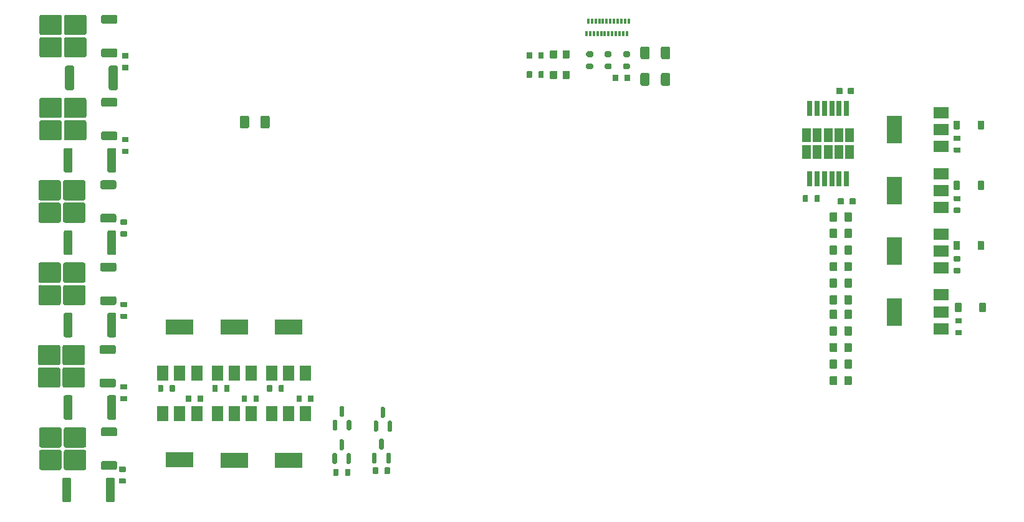
<source format=gtp>
G04 #@! TF.GenerationSoftware,KiCad,Pcbnew,7.0.10-7.0.10~ubuntu22.04.1*
G04 #@! TF.CreationDate,2024-01-27T12:39:00+00:00*
G04 #@! TF.ProjectId,lewycustom,6c657779-6375-4737-946f-6d2e6b696361,rev?*
G04 #@! TF.SameCoordinates,Original*
G04 #@! TF.FileFunction,Paste,Top*
G04 #@! TF.FilePolarity,Positive*
%FSLAX46Y46*%
G04 Gerber Fmt 4.6, Leading zero omitted, Abs format (unit mm)*
G04 Created by KiCad (PCBNEW 7.0.10-7.0.10~ubuntu22.04.1) date 2024-01-27 12:39:00*
%MOMM*%
%LPD*%
G01*
G04 APERTURE LIST*
%ADD10R,1.500000X2.000000*%
%ADD11R,3.800000X2.000000*%
%ADD12R,0.300000X0.700000*%
%ADD13R,1.160000X1.950000*%
%ADD14R,0.650000X2.000000*%
%ADD15R,2.000000X1.500000*%
%ADD16R,2.000000X3.800000*%
G04 APERTURE END LIST*
D10*
G04 #@! TO.C,Q1*
X25500000Y32400000D03*
X23200000Y32400000D03*
X20900000Y32400000D03*
D11*
X23200000Y26100000D03*
G04 #@! TD*
G04 #@! TO.C,C8*
G36*
G01*
X114500000Y39625000D02*
X114500000Y38575000D01*
G75*
G02*
X114400000Y38475000I-100000J0D01*
G01*
X113600000Y38475000D01*
G75*
G02*
X113500000Y38575000I0J100000D01*
G01*
X113500000Y39625000D01*
G75*
G02*
X113600000Y39725000I100000J0D01*
G01*
X114400000Y39725000D01*
G75*
G02*
X114500000Y39625000I0J-100000D01*
G01*
G37*
G36*
G01*
X112500000Y39625000D02*
X112500000Y38575000D01*
G75*
G02*
X112400000Y38475000I-100000J0D01*
G01*
X111600000Y38475000D01*
G75*
G02*
X111500000Y38575000I0J100000D01*
G01*
X111500000Y39625000D01*
G75*
G02*
X111600000Y39725000I100000J0D01*
G01*
X112400000Y39725000D01*
G75*
G02*
X112500000Y39625000I0J-100000D01*
G01*
G37*
G04 #@! TD*
G04 #@! TO.C,D5*
G36*
G01*
X50000000Y29925000D02*
X49700000Y29925000D01*
G75*
G02*
X49550000Y30075000I0J150000D01*
G01*
X49550000Y31250000D01*
G75*
G02*
X49700000Y31400000I150000J0D01*
G01*
X50000000Y31400000D01*
G75*
G02*
X50150000Y31250000I0J-150000D01*
G01*
X50150000Y30075000D01*
G75*
G02*
X50000000Y29925000I-150000J0D01*
G01*
G37*
G36*
G01*
X50950000Y31800000D02*
X50650000Y31800000D01*
G75*
G02*
X50500000Y31950000I0J150000D01*
G01*
X50500000Y33125000D01*
G75*
G02*
X50650000Y33275000I150000J0D01*
G01*
X50950000Y33275000D01*
G75*
G02*
X51100000Y33125000I0J-150000D01*
G01*
X51100000Y31950000D01*
G75*
G02*
X50950000Y31800000I-150000J0D01*
G01*
G37*
G36*
G01*
X51900000Y29925000D02*
X51600000Y29925000D01*
G75*
G02*
X51450000Y30075000I0J150000D01*
G01*
X51450000Y31250000D01*
G75*
G02*
X51600000Y31400000I150000J0D01*
G01*
X51900000Y31400000D01*
G75*
G02*
X52050000Y31250000I0J-150000D01*
G01*
X52050000Y30075000D01*
G75*
G02*
X51900000Y29925000I-150000J0D01*
G01*
G37*
G04 #@! TD*
G04 #@! TO.C,R22*
G36*
G01*
X14575000Y34625000D02*
X14575000Y31775000D01*
G75*
G02*
X14325000Y31525000I-250000J0D01*
G01*
X13600000Y31525000D01*
G75*
G02*
X13350000Y31775000I0J250000D01*
G01*
X13350000Y34625000D01*
G75*
G02*
X13600000Y34875000I250000J0D01*
G01*
X14325000Y34875000D01*
G75*
G02*
X14575000Y34625000I0J-250000D01*
G01*
G37*
G36*
G01*
X8650000Y34625000D02*
X8650000Y31775000D01*
G75*
G02*
X8400000Y31525000I-250000J0D01*
G01*
X7675000Y31525000D01*
G75*
G02*
X7425000Y31775000I0J250000D01*
G01*
X7425000Y34625000D01*
G75*
G02*
X7675000Y34875000I250000J0D01*
G01*
X8400000Y34875000D01*
G75*
G02*
X8650000Y34625000I0J-250000D01*
G01*
G37*
G04 #@! TD*
G04 #@! TO.C,R5*
G36*
G01*
X107850000Y61210000D02*
X107850000Y61990000D01*
G75*
G02*
X107920000Y62060000I70000J0D01*
G01*
X108480000Y62060000D01*
G75*
G02*
X108550000Y61990000I0J-70000D01*
G01*
X108550000Y61210000D01*
G75*
G02*
X108480000Y61140000I-70000J0D01*
G01*
X107920000Y61140000D01*
G75*
G02*
X107850000Y61210000I0J70000D01*
G01*
G37*
G36*
G01*
X109450000Y61210000D02*
X109450000Y61990000D01*
G75*
G02*
X109520000Y62060000I70000J0D01*
G01*
X110080000Y62060000D01*
G75*
G02*
X110150000Y61990000I0J-70000D01*
G01*
X110150000Y61210000D01*
G75*
G02*
X110080000Y61140000I-70000J0D01*
G01*
X109520000Y61140000D01*
G75*
G02*
X109450000Y61210000I0J70000D01*
G01*
G37*
G04 #@! TD*
G04 #@! TO.C,D6*
G36*
G01*
X44450000Y30062500D02*
X44150000Y30062500D01*
G75*
G02*
X44000000Y30212500I0J150000D01*
G01*
X44000000Y31387500D01*
G75*
G02*
X44150000Y31537500I150000J0D01*
G01*
X44450000Y31537500D01*
G75*
G02*
X44600000Y31387500I0J-150000D01*
G01*
X44600000Y30212500D01*
G75*
G02*
X44450000Y30062500I-150000J0D01*
G01*
G37*
G36*
G01*
X45400000Y31937500D02*
X45100000Y31937500D01*
G75*
G02*
X44950000Y32087500I0J150000D01*
G01*
X44950000Y33262500D01*
G75*
G02*
X45100000Y33412500I150000J0D01*
G01*
X45400000Y33412500D01*
G75*
G02*
X45550000Y33262500I0J-150000D01*
G01*
X45550000Y32087500D01*
G75*
G02*
X45400000Y31937500I-150000J0D01*
G01*
G37*
G36*
G01*
X46350000Y30062500D02*
X46050000Y30062500D01*
G75*
G02*
X45900000Y30212500I0J150000D01*
G01*
X45900000Y31387500D01*
G75*
G02*
X46050000Y31537500I150000J0D01*
G01*
X46350000Y31537500D01*
G75*
G02*
X46500000Y31387500I0J-150000D01*
G01*
X46500000Y30212500D01*
G75*
G02*
X46350000Y30062500I-150000J0D01*
G01*
G37*
G04 #@! TD*
G04 #@! TO.C,R4*
G36*
G01*
X78615000Y81625000D02*
X79165000Y81625000D01*
G75*
G02*
X79365000Y81425000I0J-200000D01*
G01*
X79365000Y81025000D01*
G75*
G02*
X79165000Y80825000I-200000J0D01*
G01*
X78615000Y80825000D01*
G75*
G02*
X78415000Y81025000I0J200000D01*
G01*
X78415000Y81425000D01*
G75*
G02*
X78615000Y81625000I200000J0D01*
G01*
G37*
G36*
G01*
X78615000Y79975000D02*
X79165000Y79975000D01*
G75*
G02*
X79365000Y79775000I0J-200000D01*
G01*
X79365000Y79375000D01*
G75*
G02*
X79165000Y79175000I-200000J0D01*
G01*
X78615000Y79175000D01*
G75*
G02*
X78415000Y79375000I0J200000D01*
G01*
X78415000Y79775000D01*
G75*
G02*
X78615000Y79975000I200000J0D01*
G01*
G37*
G04 #@! TD*
G04 #@! TO.C,D7*
G36*
G01*
X76200000Y78850000D02*
X76200000Y77950000D01*
G75*
G02*
X76100000Y77850000I-100000J0D01*
G01*
X75300000Y77850000D01*
G75*
G02*
X75200000Y77950000I0J100000D01*
G01*
X75200000Y78850000D01*
G75*
G02*
X75300000Y78950000I100000J0D01*
G01*
X76100000Y78950000D01*
G75*
G02*
X76200000Y78850000I0J-100000D01*
G01*
G37*
G36*
G01*
X74500000Y78850000D02*
X74500000Y77950000D01*
G75*
G02*
X74400000Y77850000I-100000J0D01*
G01*
X73600000Y77850000D01*
G75*
G02*
X73500000Y77950000I0J100000D01*
G01*
X73500000Y78850000D01*
G75*
G02*
X73600000Y78950000I100000J0D01*
G01*
X74400000Y78950000D01*
G75*
G02*
X74500000Y78850000I0J-100000D01*
G01*
G37*
G04 #@! TD*
G04 #@! TO.C,C1*
G36*
G01*
X114500000Y48375000D02*
X114500000Y47325000D01*
G75*
G02*
X114400000Y47225000I-100000J0D01*
G01*
X113600000Y47225000D01*
G75*
G02*
X113500000Y47325000I0J100000D01*
G01*
X113500000Y48375000D01*
G75*
G02*
X113600000Y48475000I100000J0D01*
G01*
X114400000Y48475000D01*
G75*
G02*
X114500000Y48375000I0J-100000D01*
G01*
G37*
G36*
G01*
X112500000Y48375000D02*
X112500000Y47325000D01*
G75*
G02*
X112400000Y47225000I-100000J0D01*
G01*
X111600000Y47225000D01*
G75*
G02*
X111500000Y47325000I0J100000D01*
G01*
X111500000Y48375000D01*
G75*
G02*
X111600000Y48475000I100000J0D01*
G01*
X112400000Y48475000D01*
G75*
G02*
X112500000Y48375000I0J-100000D01*
G01*
G37*
G04 #@! TD*
G04 #@! TO.C,C5*
G36*
G01*
X114500000Y57375000D02*
X114500000Y56325000D01*
G75*
G02*
X114400000Y56225000I-100000J0D01*
G01*
X113600000Y56225000D01*
G75*
G02*
X113500000Y56325000I0J100000D01*
G01*
X113500000Y57375000D01*
G75*
G02*
X113600000Y57475000I100000J0D01*
G01*
X114400000Y57475000D01*
G75*
G02*
X114500000Y57375000I0J-100000D01*
G01*
G37*
G36*
G01*
X112500000Y57375000D02*
X112500000Y56325000D01*
G75*
G02*
X112400000Y56225000I-100000J0D01*
G01*
X111600000Y56225000D01*
G75*
G02*
X111500000Y56325000I0J100000D01*
G01*
X111500000Y57375000D01*
G75*
G02*
X111600000Y57475000I100000J0D01*
G01*
X112400000Y57475000D01*
G75*
G02*
X112500000Y57375000I0J-100000D01*
G01*
G37*
G04 #@! TD*
G04 #@! TO.C,R19*
G36*
G01*
X15210000Y36350000D02*
X15990000Y36350000D01*
G75*
G02*
X16060000Y36280000I0J-70000D01*
G01*
X16060000Y35720000D01*
G75*
G02*
X15990000Y35650000I-70000J0D01*
G01*
X15210000Y35650000D01*
G75*
G02*
X15140000Y35720000I0J70000D01*
G01*
X15140000Y36280000D01*
G75*
G02*
X15210000Y36350000I70000J0D01*
G01*
G37*
G36*
G01*
X15210000Y34750000D02*
X15990000Y34750000D01*
G75*
G02*
X16060000Y34680000I0J-70000D01*
G01*
X16060000Y34120000D01*
G75*
G02*
X15990000Y34050000I-70000J0D01*
G01*
X15210000Y34050000D01*
G75*
G02*
X15140000Y34120000I0J70000D01*
G01*
X15140000Y34680000D01*
G75*
G02*
X15210000Y34750000I70000J0D01*
G01*
G37*
G04 #@! TD*
G04 #@! TO.C,R17*
G36*
G01*
X14575000Y57025000D02*
X14575000Y54175000D01*
G75*
G02*
X14325000Y53925000I-250000J0D01*
G01*
X13600000Y53925000D01*
G75*
G02*
X13350000Y54175000I0J250000D01*
G01*
X13350000Y57025000D01*
G75*
G02*
X13600000Y57275000I250000J0D01*
G01*
X14325000Y57275000D01*
G75*
G02*
X14575000Y57025000I0J-250000D01*
G01*
G37*
G36*
G01*
X8650000Y57025000D02*
X8650000Y54175000D01*
G75*
G02*
X8400000Y53925000I-250000J0D01*
G01*
X7675000Y53925000D01*
G75*
G02*
X7425000Y54175000I0J250000D01*
G01*
X7425000Y57025000D01*
G75*
G02*
X7675000Y57275000I250000J0D01*
G01*
X8400000Y57275000D01*
G75*
G02*
X8650000Y57025000I0J-250000D01*
G01*
G37*
G04 #@! TD*
G04 #@! TO.C,R8*
G36*
G01*
X31650000Y34010000D02*
X31650000Y34790000D01*
G75*
G02*
X31720000Y34860000I70000J0D01*
G01*
X32280000Y34860000D01*
G75*
G02*
X32350000Y34790000I0J-70000D01*
G01*
X32350000Y34010000D01*
G75*
G02*
X32280000Y33940000I-70000J0D01*
G01*
X31720000Y33940000D01*
G75*
G02*
X31650000Y34010000I0J70000D01*
G01*
G37*
G36*
G01*
X33250000Y34010000D02*
X33250000Y34790000D01*
G75*
G02*
X33320000Y34860000I70000J0D01*
G01*
X33880000Y34860000D01*
G75*
G02*
X33950000Y34790000I0J-70000D01*
G01*
X33950000Y34010000D01*
G75*
G02*
X33880000Y33940000I-70000J0D01*
G01*
X33320000Y33940000D01*
G75*
G02*
X33250000Y34010000I0J70000D01*
G01*
G37*
G04 #@! TD*
G04 #@! TO.C,C11*
G36*
G01*
X114500000Y46375000D02*
X114500000Y45325000D01*
G75*
G02*
X114400000Y45225000I-100000J0D01*
G01*
X113600000Y45225000D01*
G75*
G02*
X113500000Y45325000I0J100000D01*
G01*
X113500000Y46375000D01*
G75*
G02*
X113600000Y46475000I100000J0D01*
G01*
X114400000Y46475000D01*
G75*
G02*
X114500000Y46375000I0J-100000D01*
G01*
G37*
G36*
G01*
X112500000Y46375000D02*
X112500000Y45325000D01*
G75*
G02*
X112400000Y45225000I-100000J0D01*
G01*
X111600000Y45225000D01*
G75*
G02*
X111500000Y45325000I0J100000D01*
G01*
X111500000Y46375000D01*
G75*
G02*
X111600000Y46475000I100000J0D01*
G01*
X112400000Y46475000D01*
G75*
G02*
X112500000Y46375000I0J-100000D01*
G01*
G37*
G04 #@! TD*
G04 #@! TO.C,R23*
G36*
G01*
X14375000Y23425000D02*
X14375000Y20575000D01*
G75*
G02*
X14125000Y20325000I-250000J0D01*
G01*
X13400000Y20325000D01*
G75*
G02*
X13150000Y20575000I0J250000D01*
G01*
X13150000Y23425000D01*
G75*
G02*
X13400000Y23675000I250000J0D01*
G01*
X14125000Y23675000D01*
G75*
G02*
X14375000Y23425000I0J-250000D01*
G01*
G37*
G36*
G01*
X8450000Y23425000D02*
X8450000Y20575000D01*
G75*
G02*
X8200000Y20325000I-250000J0D01*
G01*
X7475000Y20325000D01*
G75*
G02*
X7225000Y20575000I0J250000D01*
G01*
X7225000Y23425000D01*
G75*
G02*
X7475000Y23675000I250000J0D01*
G01*
X8200000Y23675000D01*
G75*
G02*
X8450000Y23425000I0J-250000D01*
G01*
G37*
G04 #@! TD*
G04 #@! TO.C,R16*
G36*
G01*
X14575000Y68225000D02*
X14575000Y65375000D01*
G75*
G02*
X14325000Y65125000I-250000J0D01*
G01*
X13600000Y65125000D01*
G75*
G02*
X13350000Y65375000I0J250000D01*
G01*
X13350000Y68225000D01*
G75*
G02*
X13600000Y68475000I250000J0D01*
G01*
X14325000Y68475000D01*
G75*
G02*
X14575000Y68225000I0J-250000D01*
G01*
G37*
G36*
G01*
X8650000Y68225000D02*
X8650000Y65375000D01*
G75*
G02*
X8400000Y65125000I-250000J0D01*
G01*
X7675000Y65125000D01*
G75*
G02*
X7425000Y65375000I0J250000D01*
G01*
X7425000Y68225000D01*
G75*
G02*
X7675000Y68475000I250000J0D01*
G01*
X8400000Y68475000D01*
G75*
G02*
X8650000Y68225000I0J-250000D01*
G01*
G37*
G04 #@! TD*
D10*
G04 #@! TO.C,Q4*
X28300000Y37850000D03*
X30600000Y37850000D03*
X32900000Y37850000D03*
D11*
X30600000Y44150000D03*
G04 #@! TD*
G04 #@! TO.C,C3*
G36*
G01*
X114500000Y52875000D02*
X114500000Y51825000D01*
G75*
G02*
X114400000Y51725000I-100000J0D01*
G01*
X113600000Y51725000D01*
G75*
G02*
X113500000Y51825000I0J100000D01*
G01*
X113500000Y52875000D01*
G75*
G02*
X113600000Y52975000I100000J0D01*
G01*
X114400000Y52975000D01*
G75*
G02*
X114500000Y52875000I0J-100000D01*
G01*
G37*
G36*
G01*
X112500000Y52875000D02*
X112500000Y51825000D01*
G75*
G02*
X112400000Y51725000I-100000J0D01*
G01*
X111600000Y51725000D01*
G75*
G02*
X111500000Y51825000I0J100000D01*
G01*
X111500000Y52875000D01*
G75*
G02*
X111600000Y52975000I100000J0D01*
G01*
X112400000Y52975000D01*
G75*
G02*
X112500000Y52875000I0J-100000D01*
G01*
G37*
G04 #@! TD*
D10*
G04 #@! TO.C,Q5*
X40300000Y32350000D03*
X38000000Y32350000D03*
X35700000Y32350000D03*
D11*
X38000000Y26050000D03*
G04 #@! TD*
G04 #@! TO.C,C2*
G36*
G01*
X114500000Y50625000D02*
X114500000Y49575000D01*
G75*
G02*
X114400000Y49475000I-100000J0D01*
G01*
X113600000Y49475000D01*
G75*
G02*
X113500000Y49575000I0J100000D01*
G01*
X113500000Y50625000D01*
G75*
G02*
X113600000Y50725000I100000J0D01*
G01*
X114400000Y50725000D01*
G75*
G02*
X114500000Y50625000I0J-100000D01*
G01*
G37*
G36*
G01*
X112500000Y50625000D02*
X112500000Y49575000D01*
G75*
G02*
X112400000Y49475000I-100000J0D01*
G01*
X111600000Y49475000D01*
G75*
G02*
X111500000Y49575000I0J100000D01*
G01*
X111500000Y50625000D01*
G75*
G02*
X111600000Y50725000I100000J0D01*
G01*
X112400000Y50725000D01*
G75*
G02*
X112500000Y50625000I0J-100000D01*
G01*
G37*
G04 #@! TD*
G04 #@! TO.C,R12*
G36*
G01*
X15410000Y81350000D02*
X16190000Y81350000D01*
G75*
G02*
X16260000Y81280000I0J-70000D01*
G01*
X16260000Y80720000D01*
G75*
G02*
X16190000Y80650000I-70000J0D01*
G01*
X15410000Y80650000D01*
G75*
G02*
X15340000Y80720000I0J70000D01*
G01*
X15340000Y81280000D01*
G75*
G02*
X15410000Y81350000I70000J0D01*
G01*
G37*
G36*
G01*
X15410000Y79750000D02*
X16190000Y79750000D01*
G75*
G02*
X16260000Y79680000I0J-70000D01*
G01*
X16260000Y79120000D01*
G75*
G02*
X16190000Y79050000I-70000J0D01*
G01*
X15410000Y79050000D01*
G75*
G02*
X15340000Y79120000I0J70000D01*
G01*
X15340000Y79680000D01*
G75*
G02*
X15410000Y79750000I70000J0D01*
G01*
G37*
G04 #@! TD*
D10*
G04 #@! TO.C,Q6*
X35700000Y37850000D03*
X38000000Y37850000D03*
X40300000Y37850000D03*
D11*
X38000000Y44150000D03*
G04 #@! TD*
G04 #@! TO.C,Q18*
G36*
G01*
X44400000Y25525000D02*
X44100000Y25525000D01*
G75*
G02*
X43950000Y25675000I0J150000D01*
G01*
X43950000Y26850000D01*
G75*
G02*
X44100000Y27000000I150000J0D01*
G01*
X44400000Y27000000D01*
G75*
G02*
X44550000Y26850000I0J-150000D01*
G01*
X44550000Y25675000D01*
G75*
G02*
X44400000Y25525000I-150000J0D01*
G01*
G37*
G36*
G01*
X45350000Y27400000D02*
X45050000Y27400000D01*
G75*
G02*
X44900000Y27550000I0J150000D01*
G01*
X44900000Y28725000D01*
G75*
G02*
X45050000Y28875000I150000J0D01*
G01*
X45350000Y28875000D01*
G75*
G02*
X45500000Y28725000I0J-150000D01*
G01*
X45500000Y27550000D01*
G75*
G02*
X45350000Y27400000I-150000J0D01*
G01*
G37*
G36*
G01*
X46300000Y25525000D02*
X46000000Y25525000D01*
G75*
G02*
X45850000Y25675000I0J150000D01*
G01*
X45850000Y26850000D01*
G75*
G02*
X46000000Y27000000I150000J0D01*
G01*
X46300000Y27000000D01*
G75*
G02*
X46450000Y26850000I0J-150000D01*
G01*
X46450000Y25675000D01*
G75*
G02*
X46300000Y25525000I-150000J0D01*
G01*
G37*
G04 #@! TD*
G04 #@! TO.C,Q9*
G36*
G01*
X14600000Y59270000D02*
X14600000Y58570000D01*
G75*
G02*
X14350000Y58320000I-250000J0D01*
G01*
X12650000Y58320000D01*
G75*
G02*
X12400000Y58570000I0J250000D01*
G01*
X12400000Y59270000D01*
G75*
G02*
X12650000Y59520000I250000J0D01*
G01*
X14350000Y59520000D01*
G75*
G02*
X14600000Y59270000I0J-250000D01*
G01*
G37*
G36*
G01*
X10400000Y60800000D02*
X10400000Y58550000D01*
G75*
G02*
X10150000Y58300000I-250000J0D01*
G01*
X7600000Y58300000D01*
G75*
G02*
X7350000Y58550000I0J250000D01*
G01*
X7350000Y60800000D01*
G75*
G02*
X7600000Y61050000I250000J0D01*
G01*
X10150000Y61050000D01*
G75*
G02*
X10400000Y60800000I0J-250000D01*
G01*
G37*
G36*
G01*
X10400000Y63850000D02*
X10400000Y61600000D01*
G75*
G02*
X10150000Y61350000I-250000J0D01*
G01*
X7600000Y61350000D01*
G75*
G02*
X7350000Y61600000I0J250000D01*
G01*
X7350000Y63850000D01*
G75*
G02*
X7600000Y64100000I250000J0D01*
G01*
X10150000Y64100000D01*
G75*
G02*
X10400000Y63850000I0J-250000D01*
G01*
G37*
G36*
G01*
X7050000Y60800000D02*
X7050000Y58550000D01*
G75*
G02*
X6800000Y58300000I-250000J0D01*
G01*
X4250000Y58300000D01*
G75*
G02*
X4000000Y58550000I0J250000D01*
G01*
X4000000Y60800000D01*
G75*
G02*
X4250000Y61050000I250000J0D01*
G01*
X6800000Y61050000D01*
G75*
G02*
X7050000Y60800000I0J-250000D01*
G01*
G37*
G36*
G01*
X7050000Y63850000D02*
X7050000Y61600000D01*
G75*
G02*
X6800000Y61350000I-250000J0D01*
G01*
X4250000Y61350000D01*
G75*
G02*
X4000000Y61600000I0J250000D01*
G01*
X4000000Y63850000D01*
G75*
G02*
X4250000Y64100000I250000J0D01*
G01*
X6800000Y64100000D01*
G75*
G02*
X7050000Y63850000I0J-250000D01*
G01*
G37*
G36*
G01*
X14600000Y63830000D02*
X14600000Y63130000D01*
G75*
G02*
X14350000Y62880000I-250000J0D01*
G01*
X12650000Y62880000D01*
G75*
G02*
X12400000Y63130000I0J250000D01*
G01*
X12400000Y63830000D01*
G75*
G02*
X12650000Y64080000I250000J0D01*
G01*
X14350000Y64080000D01*
G75*
G02*
X14600000Y63830000I0J-250000D01*
G01*
G37*
G04 #@! TD*
D12*
G04 #@! TO.C,J3*
X83950000Y83980000D03*
X83450000Y83980000D03*
X82950000Y83980000D03*
X82450000Y83980000D03*
X81950000Y83980000D03*
X81450000Y83980000D03*
X80950000Y83980000D03*
X80450000Y83980000D03*
X79950000Y83980000D03*
X79450000Y83980000D03*
X78950000Y83980000D03*
X78450000Y83980000D03*
X78700000Y85680000D03*
X79200000Y85680000D03*
X79700000Y85680000D03*
X80200000Y85680000D03*
X80700000Y85680000D03*
X81200000Y85680000D03*
X81700000Y85680000D03*
X82200000Y85680000D03*
X82700000Y85680000D03*
X83200000Y85680000D03*
X83700000Y85680000D03*
X84200000Y85680000D03*
G04 #@! TD*
G04 #@! TO.C,R26*
G36*
G01*
X128410000Y61950000D02*
X129190000Y61950000D01*
G75*
G02*
X129260000Y61880000I0J-70000D01*
G01*
X129260000Y61320000D01*
G75*
G02*
X129190000Y61250000I-70000J0D01*
G01*
X128410000Y61250000D01*
G75*
G02*
X128340000Y61320000I0J70000D01*
G01*
X128340000Y61880000D01*
G75*
G02*
X128410000Y61950000I70000J0D01*
G01*
G37*
G36*
G01*
X128410000Y60350000D02*
X129190000Y60350000D01*
G75*
G02*
X129260000Y60280000I0J-70000D01*
G01*
X129260000Y59720000D01*
G75*
G02*
X129190000Y59650000I-70000J0D01*
G01*
X128410000Y59650000D01*
G75*
G02*
X128340000Y59720000I0J70000D01*
G01*
X128340000Y60280000D01*
G75*
G02*
X128410000Y60350000I70000J0D01*
G01*
G37*
G04 #@! TD*
G04 #@! TO.C,R13*
G36*
G01*
X15410000Y69950000D02*
X16190000Y69950000D01*
G75*
G02*
X16260000Y69880000I0J-70000D01*
G01*
X16260000Y69320000D01*
G75*
G02*
X16190000Y69250000I-70000J0D01*
G01*
X15410000Y69250000D01*
G75*
G02*
X15340000Y69320000I0J70000D01*
G01*
X15340000Y69880000D01*
G75*
G02*
X15410000Y69950000I70000J0D01*
G01*
G37*
G36*
G01*
X15410000Y68350000D02*
X16190000Y68350000D01*
G75*
G02*
X16260000Y68280000I0J-70000D01*
G01*
X16260000Y67720000D01*
G75*
G02*
X16190000Y67650000I-70000J0D01*
G01*
X15410000Y67650000D01*
G75*
G02*
X15340000Y67720000I0J70000D01*
G01*
X15340000Y68280000D01*
G75*
G02*
X15410000Y68350000I70000J0D01*
G01*
G37*
G04 #@! TD*
G04 #@! TO.C,D4*
G36*
G01*
X128300000Y71090000D02*
X128300000Y72110000D01*
G75*
G02*
X128390000Y72200000I90000J0D01*
G01*
X129110000Y72200000D01*
G75*
G02*
X129200000Y72110000I0J-90000D01*
G01*
X129200000Y71090000D01*
G75*
G02*
X129110000Y71000000I-90000J0D01*
G01*
X128390000Y71000000D01*
G75*
G02*
X128300000Y71090000I0J90000D01*
G01*
G37*
G36*
G01*
X131600000Y71090000D02*
X131600000Y72110000D01*
G75*
G02*
X131690000Y72200000I90000J0D01*
G01*
X132410000Y72200000D01*
G75*
G02*
X132500000Y72110000I0J-90000D01*
G01*
X132500000Y71090000D01*
G75*
G02*
X132410000Y71000000I-90000J0D01*
G01*
X131690000Y71000000D01*
G75*
G02*
X131600000Y71090000I0J90000D01*
G01*
G37*
G04 #@! TD*
G04 #@! TO.C,Q7*
G36*
G01*
X14725000Y81745000D02*
X14725000Y81045000D01*
G75*
G02*
X14475000Y80795000I-250000J0D01*
G01*
X12775000Y80795000D01*
G75*
G02*
X12525000Y81045000I0J250000D01*
G01*
X12525000Y81745000D01*
G75*
G02*
X12775000Y81995000I250000J0D01*
G01*
X14475000Y81995000D01*
G75*
G02*
X14725000Y81745000I0J-250000D01*
G01*
G37*
G36*
G01*
X10525000Y83275000D02*
X10525000Y81025000D01*
G75*
G02*
X10275000Y80775000I-250000J0D01*
G01*
X7725000Y80775000D01*
G75*
G02*
X7475000Y81025000I0J250000D01*
G01*
X7475000Y83275000D01*
G75*
G02*
X7725000Y83525000I250000J0D01*
G01*
X10275000Y83525000D01*
G75*
G02*
X10525000Y83275000I0J-250000D01*
G01*
G37*
G36*
G01*
X10525000Y86325000D02*
X10525000Y84075000D01*
G75*
G02*
X10275000Y83825000I-250000J0D01*
G01*
X7725000Y83825000D01*
G75*
G02*
X7475000Y84075000I0J250000D01*
G01*
X7475000Y86325000D01*
G75*
G02*
X7725000Y86575000I250000J0D01*
G01*
X10275000Y86575000D01*
G75*
G02*
X10525000Y86325000I0J-250000D01*
G01*
G37*
G36*
G01*
X7175000Y83275000D02*
X7175000Y81025000D01*
G75*
G02*
X6925000Y80775000I-250000J0D01*
G01*
X4375000Y80775000D01*
G75*
G02*
X4125000Y81025000I0J250000D01*
G01*
X4125000Y83275000D01*
G75*
G02*
X4375000Y83525000I250000J0D01*
G01*
X6925000Y83525000D01*
G75*
G02*
X7175000Y83275000I0J-250000D01*
G01*
G37*
G36*
G01*
X7175000Y86325000D02*
X7175000Y84075000D01*
G75*
G02*
X6925000Y83825000I-250000J0D01*
G01*
X4375000Y83825000D01*
G75*
G02*
X4125000Y84075000I0J250000D01*
G01*
X4125000Y86325000D01*
G75*
G02*
X4375000Y86575000I250000J0D01*
G01*
X6925000Y86575000D01*
G75*
G02*
X7175000Y86325000I0J-250000D01*
G01*
G37*
G36*
G01*
X14725000Y86305000D02*
X14725000Y85605000D01*
G75*
G02*
X14475000Y85355000I-250000J0D01*
G01*
X12775000Y85355000D01*
G75*
G02*
X12525000Y85605000I0J250000D01*
G01*
X12525000Y86305000D01*
G75*
G02*
X12775000Y86555000I250000J0D01*
G01*
X14475000Y86555000D01*
G75*
G02*
X14725000Y86305000I0J-250000D01*
G01*
G37*
G04 #@! TD*
G04 #@! TO.C,R25*
G36*
G01*
X128410000Y53750000D02*
X129190000Y53750000D01*
G75*
G02*
X129260000Y53680000I0J-70000D01*
G01*
X129260000Y53120000D01*
G75*
G02*
X129190000Y53050000I-70000J0D01*
G01*
X128410000Y53050000D01*
G75*
G02*
X128340000Y53120000I0J70000D01*
G01*
X128340000Y53680000D01*
G75*
G02*
X128410000Y53750000I70000J0D01*
G01*
G37*
G36*
G01*
X128410000Y52150000D02*
X129190000Y52150000D01*
G75*
G02*
X129260000Y52080000I0J-70000D01*
G01*
X129260000Y51520000D01*
G75*
G02*
X129190000Y51450000I-70000J0D01*
G01*
X128410000Y51450000D01*
G75*
G02*
X128340000Y51520000I0J70000D01*
G01*
X128340000Y52080000D01*
G75*
G02*
X128410000Y52150000I70000J0D01*
G01*
G37*
G04 #@! TD*
G04 #@! TO.C,R30*
G36*
G01*
X72650001Y78840002D02*
X72650001Y78060002D01*
G75*
G02*
X72580001Y77990002I-70000J0D01*
G01*
X72020001Y77990002D01*
G75*
G02*
X71950001Y78060002I0J70000D01*
G01*
X71950001Y78840002D01*
G75*
G02*
X72020001Y78910002I70000J0D01*
G01*
X72580001Y78910002D01*
G75*
G02*
X72650001Y78840002I0J-70000D01*
G01*
G37*
G36*
G01*
X71050001Y78840002D02*
X71050001Y78060002D01*
G75*
G02*
X70980001Y77990002I-70000J0D01*
G01*
X70420001Y77990002D01*
G75*
G02*
X70350001Y78060002I0J70000D01*
G01*
X70350001Y78840002D01*
G75*
G02*
X70420001Y78910002I70000J0D01*
G01*
X70980001Y78910002D01*
G75*
G02*
X71050001Y78840002I0J-70000D01*
G01*
G37*
G04 #@! TD*
D13*
G04 #@! TO.C,U2*
X108360000Y67950000D03*
X109820000Y67950000D03*
X111280000Y67950000D03*
X112740000Y67950000D03*
X114200000Y67950000D03*
X108360000Y70200000D03*
X109820000Y70200000D03*
X111280000Y70200000D03*
X112740000Y70200000D03*
X114200000Y70200000D03*
D14*
X108780000Y64275000D03*
X109780000Y64275000D03*
X110780000Y64275000D03*
X111780000Y64275000D03*
X112780000Y64275000D03*
X113780000Y64275000D03*
X113780000Y73875000D03*
X112780000Y73875000D03*
X111780000Y73875000D03*
X110780000Y73875000D03*
X109780000Y73875000D03*
X108780000Y73875000D03*
G04 #@! TD*
G04 #@! TO.C,R6*
G36*
G01*
X24050000Y34010000D02*
X24050000Y34790000D01*
G75*
G02*
X24120000Y34860000I70000J0D01*
G01*
X24680000Y34860000D01*
G75*
G02*
X24750000Y34790000I0J-70000D01*
G01*
X24750000Y34010000D01*
G75*
G02*
X24680000Y33940000I-70000J0D01*
G01*
X24120000Y33940000D01*
G75*
G02*
X24050000Y34010000I0J70000D01*
G01*
G37*
G36*
G01*
X25650000Y34010000D02*
X25650000Y34790000D01*
G75*
G02*
X25720000Y34860000I70000J0D01*
G01*
X26280000Y34860000D01*
G75*
G02*
X26350000Y34790000I0J-70000D01*
G01*
X26350000Y34010000D01*
G75*
G02*
X26280000Y33940000I-70000J0D01*
G01*
X25720000Y33940000D01*
G75*
G02*
X25650000Y34010000I0J70000D01*
G01*
G37*
G04 #@! TD*
G04 #@! TO.C,Q11*
G36*
G01*
X14525000Y36870000D02*
X14525000Y36170000D01*
G75*
G02*
X14275000Y35920000I-250000J0D01*
G01*
X12575000Y35920000D01*
G75*
G02*
X12325000Y36170000I0J250000D01*
G01*
X12325000Y36870000D01*
G75*
G02*
X12575000Y37120000I250000J0D01*
G01*
X14275000Y37120000D01*
G75*
G02*
X14525000Y36870000I0J-250000D01*
G01*
G37*
G36*
G01*
X10325000Y38400000D02*
X10325000Y36150000D01*
G75*
G02*
X10075000Y35900000I-250000J0D01*
G01*
X7525000Y35900000D01*
G75*
G02*
X7275000Y36150000I0J250000D01*
G01*
X7275000Y38400000D01*
G75*
G02*
X7525000Y38650000I250000J0D01*
G01*
X10075000Y38650000D01*
G75*
G02*
X10325000Y38400000I0J-250000D01*
G01*
G37*
G36*
G01*
X10325000Y41450000D02*
X10325000Y39200000D01*
G75*
G02*
X10075000Y38950000I-250000J0D01*
G01*
X7525000Y38950000D01*
G75*
G02*
X7275000Y39200000I0J250000D01*
G01*
X7275000Y41450000D01*
G75*
G02*
X7525000Y41700000I250000J0D01*
G01*
X10075000Y41700000D01*
G75*
G02*
X10325000Y41450000I0J-250000D01*
G01*
G37*
G36*
G01*
X6975000Y38400000D02*
X6975000Y36150000D01*
G75*
G02*
X6725000Y35900000I-250000J0D01*
G01*
X4175000Y35900000D01*
G75*
G02*
X3925000Y36150000I0J250000D01*
G01*
X3925000Y38400000D01*
G75*
G02*
X4175000Y38650000I250000J0D01*
G01*
X6725000Y38650000D01*
G75*
G02*
X6975000Y38400000I0J-250000D01*
G01*
G37*
G36*
G01*
X6975000Y41450000D02*
X6975000Y39200000D01*
G75*
G02*
X6725000Y38950000I-250000J0D01*
G01*
X4175000Y38950000D01*
G75*
G02*
X3925000Y39200000I0J250000D01*
G01*
X3925000Y41450000D01*
G75*
G02*
X4175000Y41700000I250000J0D01*
G01*
X6725000Y41700000D01*
G75*
G02*
X6975000Y41450000I0J-250000D01*
G01*
G37*
G36*
G01*
X14525000Y41430000D02*
X14525000Y40730000D01*
G75*
G02*
X14275000Y40480000I-250000J0D01*
G01*
X12575000Y40480000D01*
G75*
G02*
X12325000Y40730000I0J250000D01*
G01*
X12325000Y41430000D01*
G75*
G02*
X12575000Y41680000I250000J0D01*
G01*
X14275000Y41680000D01*
G75*
G02*
X14525000Y41430000I0J-250000D01*
G01*
G37*
G04 #@! TD*
D10*
G04 #@! TO.C,Q2*
X20900000Y37850000D03*
X23200000Y37850000D03*
X25500000Y37850000D03*
D11*
X23200000Y44150000D03*
G04 #@! TD*
G04 #@! TO.C,R24*
G36*
G01*
X128610000Y45350000D02*
X129390000Y45350000D01*
G75*
G02*
X129460000Y45280000I0J-70000D01*
G01*
X129460000Y44720000D01*
G75*
G02*
X129390000Y44650000I-70000J0D01*
G01*
X128610000Y44650000D01*
G75*
G02*
X128540000Y44720000I0J70000D01*
G01*
X128540000Y45280000D01*
G75*
G02*
X128610000Y45350000I70000J0D01*
G01*
G37*
G36*
G01*
X128610000Y43750000D02*
X129390000Y43750000D01*
G75*
G02*
X129460000Y43680000I0J-70000D01*
G01*
X129460000Y43120000D01*
G75*
G02*
X129390000Y43050000I-70000J0D01*
G01*
X128610000Y43050000D01*
G75*
G02*
X128540000Y43120000I0J70000D01*
G01*
X128540000Y43680000D01*
G75*
G02*
X128610000Y43750000I70000J0D01*
G01*
G37*
G04 #@! TD*
G04 #@! TO.C,R1*
G36*
G01*
X83635000Y81625000D02*
X84185000Y81625000D01*
G75*
G02*
X84385000Y81425000I0J-200000D01*
G01*
X84385000Y81025000D01*
G75*
G02*
X84185000Y80825000I-200000J0D01*
G01*
X83635000Y80825000D01*
G75*
G02*
X83435000Y81025000I0J200000D01*
G01*
X83435000Y81425000D01*
G75*
G02*
X83635000Y81625000I200000J0D01*
G01*
G37*
G36*
G01*
X83635000Y79975000D02*
X84185000Y79975000D01*
G75*
G02*
X84385000Y79775000I0J-200000D01*
G01*
X84385000Y79375000D01*
G75*
G02*
X84185000Y79175000I-200000J0D01*
G01*
X83635000Y79175000D01*
G75*
G02*
X83435000Y79375000I0J200000D01*
G01*
X83435000Y79775000D01*
G75*
G02*
X83635000Y79975000I200000J0D01*
G01*
G37*
G04 #@! TD*
G04 #@! TO.C,C10*
G36*
G01*
X114500000Y44125000D02*
X114500000Y43075000D01*
G75*
G02*
X114400000Y42975000I-100000J0D01*
G01*
X113600000Y42975000D01*
G75*
G02*
X113500000Y43075000I0J100000D01*
G01*
X113500000Y44125000D01*
G75*
G02*
X113600000Y44225000I100000J0D01*
G01*
X114400000Y44225000D01*
G75*
G02*
X114500000Y44125000I0J-100000D01*
G01*
G37*
G36*
G01*
X112500000Y44125000D02*
X112500000Y43075000D01*
G75*
G02*
X112400000Y42975000I-100000J0D01*
G01*
X111600000Y42975000D01*
G75*
G02*
X111500000Y43075000I0J100000D01*
G01*
X111500000Y44125000D01*
G75*
G02*
X111600000Y44225000I100000J0D01*
G01*
X112400000Y44225000D01*
G75*
G02*
X112500000Y44125000I0J-100000D01*
G01*
G37*
G04 #@! TD*
G04 #@! TO.C,Q17*
G36*
G01*
X49800000Y25587500D02*
X49500000Y25587500D01*
G75*
G02*
X49350000Y25737500I0J150000D01*
G01*
X49350000Y26912500D01*
G75*
G02*
X49500000Y27062500I150000J0D01*
G01*
X49800000Y27062500D01*
G75*
G02*
X49950000Y26912500I0J-150000D01*
G01*
X49950000Y25737500D01*
G75*
G02*
X49800000Y25587500I-150000J0D01*
G01*
G37*
G36*
G01*
X50750000Y27462500D02*
X50450000Y27462500D01*
G75*
G02*
X50300000Y27612500I0J150000D01*
G01*
X50300000Y28787500D01*
G75*
G02*
X50450000Y28937500I150000J0D01*
G01*
X50750000Y28937500D01*
G75*
G02*
X50900000Y28787500I0J-150000D01*
G01*
X50900000Y27612500D01*
G75*
G02*
X50750000Y27462500I-150000J0D01*
G01*
G37*
G36*
G01*
X51700000Y25587500D02*
X51400000Y25587500D01*
G75*
G02*
X51250000Y25737500I0J150000D01*
G01*
X51250000Y26912500D01*
G75*
G02*
X51400000Y27062500I150000J0D01*
G01*
X51700000Y27062500D01*
G75*
G02*
X51850000Y26912500I0J-150000D01*
G01*
X51850000Y25737500D01*
G75*
G02*
X51700000Y25587500I-150000J0D01*
G01*
G37*
G04 #@! TD*
G04 #@! TO.C,R20*
G36*
G01*
X15010000Y25150000D02*
X15790000Y25150000D01*
G75*
G02*
X15860000Y25080000I0J-70000D01*
G01*
X15860000Y24520000D01*
G75*
G02*
X15790000Y24450000I-70000J0D01*
G01*
X15010000Y24450000D01*
G75*
G02*
X14940000Y24520000I0J70000D01*
G01*
X14940000Y25080000D01*
G75*
G02*
X15010000Y25150000I70000J0D01*
G01*
G37*
G36*
G01*
X15010000Y23550000D02*
X15790000Y23550000D01*
G75*
G02*
X15860000Y23480000I0J-70000D01*
G01*
X15860000Y22920000D01*
G75*
G02*
X15790000Y22850000I-70000J0D01*
G01*
X15010000Y22850000D01*
G75*
G02*
X14940000Y22920000I0J70000D01*
G01*
X14940000Y23480000D01*
G75*
G02*
X15010000Y23550000I70000J0D01*
G01*
G37*
G04 #@! TD*
G04 #@! TO.C,D1*
G36*
G01*
X128500000Y46290000D02*
X128500000Y47310000D01*
G75*
G02*
X128590000Y47400000I90000J0D01*
G01*
X129310000Y47400000D01*
G75*
G02*
X129400000Y47310000I0J-90000D01*
G01*
X129400000Y46290000D01*
G75*
G02*
X129310000Y46200000I-90000J0D01*
G01*
X128590000Y46200000D01*
G75*
G02*
X128500000Y46290000I0J90000D01*
G01*
G37*
G36*
G01*
X131800000Y46290000D02*
X131800000Y47310000D01*
G75*
G02*
X131890000Y47400000I90000J0D01*
G01*
X132610000Y47400000D01*
G75*
G02*
X132700000Y47310000I0J-90000D01*
G01*
X132700000Y46290000D01*
G75*
G02*
X132610000Y46200000I-90000J0D01*
G01*
X131890000Y46200000D01*
G75*
G02*
X131800000Y46290000I0J90000D01*
G01*
G37*
G04 #@! TD*
G04 #@! TO.C,R21*
G36*
G01*
X14575000Y45825000D02*
X14575000Y42975000D01*
G75*
G02*
X14325000Y42725000I-250000J0D01*
G01*
X13600000Y42725000D01*
G75*
G02*
X13350000Y42975000I0J250000D01*
G01*
X13350000Y45825000D01*
G75*
G02*
X13600000Y46075000I250000J0D01*
G01*
X14325000Y46075000D01*
G75*
G02*
X14575000Y45825000I0J-250000D01*
G01*
G37*
G36*
G01*
X8650000Y45825000D02*
X8650000Y42975000D01*
G75*
G02*
X8400000Y42725000I-250000J0D01*
G01*
X7675000Y42725000D01*
G75*
G02*
X7425000Y42975000I0J250000D01*
G01*
X7425000Y45825000D01*
G75*
G02*
X7675000Y46075000I250000J0D01*
G01*
X8400000Y46075000D01*
G75*
G02*
X8650000Y45825000I0J-250000D01*
G01*
G37*
G04 #@! TD*
G04 #@! TO.C,R3*
G36*
G01*
X81125000Y81625000D02*
X81675000Y81625000D01*
G75*
G02*
X81875000Y81425000I0J-200000D01*
G01*
X81875000Y81025000D01*
G75*
G02*
X81675000Y80825000I-200000J0D01*
G01*
X81125000Y80825000D01*
G75*
G02*
X80925000Y81025000I0J200000D01*
G01*
X80925000Y81425000D01*
G75*
G02*
X81125000Y81625000I200000J0D01*
G01*
G37*
G36*
G01*
X81125000Y79975000D02*
X81675000Y79975000D01*
G75*
G02*
X81875000Y79775000I0J-200000D01*
G01*
X81875000Y79375000D01*
G75*
G02*
X81675000Y79175000I-200000J0D01*
G01*
X81125000Y79175000D01*
G75*
G02*
X80925000Y79375000I0J200000D01*
G01*
X80925000Y79775000D01*
G75*
G02*
X81125000Y79975000I200000J0D01*
G01*
G37*
G04 #@! TD*
G04 #@! TO.C,Q12*
G36*
G01*
X14700000Y25670000D02*
X14700000Y24970000D01*
G75*
G02*
X14450000Y24720000I-250000J0D01*
G01*
X12750000Y24720000D01*
G75*
G02*
X12500000Y24970000I0J250000D01*
G01*
X12500000Y25670000D01*
G75*
G02*
X12750000Y25920000I250000J0D01*
G01*
X14450000Y25920000D01*
G75*
G02*
X14700000Y25670000I0J-250000D01*
G01*
G37*
G36*
G01*
X10500000Y27200000D02*
X10500000Y24950000D01*
G75*
G02*
X10250000Y24700000I-250000J0D01*
G01*
X7700000Y24700000D01*
G75*
G02*
X7450000Y24950000I0J250000D01*
G01*
X7450000Y27200000D01*
G75*
G02*
X7700000Y27450000I250000J0D01*
G01*
X10250000Y27450000D01*
G75*
G02*
X10500000Y27200000I0J-250000D01*
G01*
G37*
G36*
G01*
X10500000Y30250000D02*
X10500000Y28000000D01*
G75*
G02*
X10250000Y27750000I-250000J0D01*
G01*
X7700000Y27750000D01*
G75*
G02*
X7450000Y28000000I0J250000D01*
G01*
X7450000Y30250000D01*
G75*
G02*
X7700000Y30500000I250000J0D01*
G01*
X10250000Y30500000D01*
G75*
G02*
X10500000Y30250000I0J-250000D01*
G01*
G37*
G36*
G01*
X7150000Y27200000D02*
X7150000Y24950000D01*
G75*
G02*
X6900000Y24700000I-250000J0D01*
G01*
X4350000Y24700000D01*
G75*
G02*
X4100000Y24950000I0J250000D01*
G01*
X4100000Y27200000D01*
G75*
G02*
X4350000Y27450000I250000J0D01*
G01*
X6900000Y27450000D01*
G75*
G02*
X7150000Y27200000I0J-250000D01*
G01*
G37*
G36*
G01*
X7150000Y30250000D02*
X7150000Y28000000D01*
G75*
G02*
X6900000Y27750000I-250000J0D01*
G01*
X4350000Y27750000D01*
G75*
G02*
X4100000Y28000000I0J250000D01*
G01*
X4100000Y30250000D01*
G75*
G02*
X4350000Y30500000I250000J0D01*
G01*
X6900000Y30500000D01*
G75*
G02*
X7150000Y30250000I0J-250000D01*
G01*
G37*
G36*
G01*
X14700000Y30230000D02*
X14700000Y29530000D01*
G75*
G02*
X14450000Y29280000I-250000J0D01*
G01*
X12750000Y29280000D01*
G75*
G02*
X12500000Y29530000I0J250000D01*
G01*
X12500000Y30230000D01*
G75*
G02*
X12750000Y30480000I250000J0D01*
G01*
X14450000Y30480000D01*
G75*
G02*
X14700000Y30230000I0J-250000D01*
G01*
G37*
G04 #@! TD*
D15*
G04 #@! TO.C,Q16*
X126600000Y68650000D03*
X126600000Y70950000D03*
X126600000Y73250000D03*
D16*
X120300000Y70950000D03*
G04 #@! TD*
D15*
G04 #@! TO.C,Q15*
X126600000Y60400000D03*
X126600000Y62700000D03*
X126600000Y65000000D03*
D16*
X120300000Y62700000D03*
G04 #@! TD*
G04 #@! TO.C,C9*
G36*
G01*
X114500000Y41875000D02*
X114500000Y40825000D01*
G75*
G02*
X114400000Y40725000I-100000J0D01*
G01*
X113600000Y40725000D01*
G75*
G02*
X113500000Y40825000I0J100000D01*
G01*
X113500000Y41875000D01*
G75*
G02*
X113600000Y41975000I100000J0D01*
G01*
X114400000Y41975000D01*
G75*
G02*
X114500000Y41875000I0J-100000D01*
G01*
G37*
G36*
G01*
X112500000Y41875000D02*
X112500000Y40825000D01*
G75*
G02*
X112400000Y40725000I-100000J0D01*
G01*
X111600000Y40725000D01*
G75*
G02*
X111500000Y40825000I0J100000D01*
G01*
X111500000Y41875000D01*
G75*
G02*
X111600000Y41975000I100000J0D01*
G01*
X112400000Y41975000D01*
G75*
G02*
X112500000Y41875000I0J-100000D01*
G01*
G37*
G04 #@! TD*
G04 #@! TO.C,R18*
G36*
G01*
X15210000Y47550000D02*
X15990000Y47550000D01*
G75*
G02*
X16060000Y47480000I0J-70000D01*
G01*
X16060000Y46920000D01*
G75*
G02*
X15990000Y46850000I-70000J0D01*
G01*
X15210000Y46850000D01*
G75*
G02*
X15140000Y46920000I0J70000D01*
G01*
X15140000Y47480000D01*
G75*
G02*
X15210000Y47550000I70000J0D01*
G01*
G37*
G36*
G01*
X15210000Y45950000D02*
X15990000Y45950000D01*
G75*
G02*
X16060000Y45880000I0J-70000D01*
G01*
X16060000Y45320000D01*
G75*
G02*
X15990000Y45250000I-70000J0D01*
G01*
X15210000Y45250000D01*
G75*
G02*
X15140000Y45320000I0J70000D01*
G01*
X15140000Y45880000D01*
G75*
G02*
X15210000Y45950000I70000J0D01*
G01*
G37*
G04 #@! TD*
G04 #@! TO.C,F3*
G36*
G01*
X85775000Y80775000D02*
X85775000Y82025000D01*
G75*
G02*
X86025000Y82275000I250000J0D01*
G01*
X86775000Y82275000D01*
G75*
G02*
X87025000Y82025000I0J-250000D01*
G01*
X87025000Y80775000D01*
G75*
G02*
X86775000Y80525000I-250000J0D01*
G01*
X86025000Y80525000D01*
G75*
G02*
X85775000Y80775000I0J250000D01*
G01*
G37*
G36*
G01*
X88575000Y80775000D02*
X88575000Y82025000D01*
G75*
G02*
X88825000Y82275000I250000J0D01*
G01*
X89575000Y82275000D01*
G75*
G02*
X89825000Y82025000I0J-250000D01*
G01*
X89825000Y80775000D01*
G75*
G02*
X89575000Y80525000I-250000J0D01*
G01*
X88825000Y80525000D01*
G75*
G02*
X88575000Y80775000I0J250000D01*
G01*
G37*
G04 #@! TD*
G04 #@! TO.C,R14*
G36*
G01*
X15210000Y58750000D02*
X15990000Y58750000D01*
G75*
G02*
X16060000Y58680000I0J-70000D01*
G01*
X16060000Y58120000D01*
G75*
G02*
X15990000Y58050000I-70000J0D01*
G01*
X15210000Y58050000D01*
G75*
G02*
X15140000Y58120000I0J70000D01*
G01*
X15140000Y58680000D01*
G75*
G02*
X15210000Y58750000I70000J0D01*
G01*
G37*
G36*
G01*
X15210000Y57150000D02*
X15990000Y57150000D01*
G75*
G02*
X16060000Y57080000I0J-70000D01*
G01*
X16060000Y56520000D01*
G75*
G02*
X15990000Y56450000I-70000J0D01*
G01*
X15210000Y56450000D01*
G75*
G02*
X15140000Y56520000I0J70000D01*
G01*
X15140000Y57080000D01*
G75*
G02*
X15210000Y57150000I70000J0D01*
G01*
G37*
G04 #@! TD*
D10*
G04 #@! TO.C,Q3*
X32900000Y32350000D03*
X30600000Y32350000D03*
X28300000Y32350000D03*
D11*
X30600000Y26050000D03*
G04 #@! TD*
G04 #@! TO.C,R2*
G36*
G01*
X84350000Y78390000D02*
X84350000Y77610000D01*
G75*
G02*
X84280000Y77540000I-70000J0D01*
G01*
X83720000Y77540000D01*
G75*
G02*
X83650000Y77610000I0J70000D01*
G01*
X83650000Y78390000D01*
G75*
G02*
X83720000Y78460000I70000J0D01*
G01*
X84280000Y78460000D01*
G75*
G02*
X84350000Y78390000I0J-70000D01*
G01*
G37*
G36*
G01*
X82750000Y78390000D02*
X82750000Y77610000D01*
G75*
G02*
X82680000Y77540000I-70000J0D01*
G01*
X82120000Y77540000D01*
G75*
G02*
X82050000Y77610000I0J70000D01*
G01*
X82050000Y78390000D01*
G75*
G02*
X82120000Y78460000I70000J0D01*
G01*
X82680000Y78460000D01*
G75*
G02*
X82750000Y78390000I0J-70000D01*
G01*
G37*
G04 #@! TD*
G04 #@! TO.C,C13*
G36*
G01*
X112384999Y75860000D02*
X112384999Y76540000D01*
G75*
G02*
X112469999Y76625000I85000J0D01*
G01*
X113149999Y76625000D01*
G75*
G02*
X113234999Y76540000I0J-85000D01*
G01*
X113234999Y75860000D01*
G75*
G02*
X113149999Y75775000I-85000J0D01*
G01*
X112469999Y75775000D01*
G75*
G02*
X112384999Y75860000I0J85000D01*
G01*
G37*
G36*
G01*
X113965001Y75860000D02*
X113965001Y76540000D01*
G75*
G02*
X114050001Y76625000I85000J0D01*
G01*
X114730001Y76625000D01*
G75*
G02*
X114815001Y76540000I0J-85000D01*
G01*
X114815001Y75860000D01*
G75*
G02*
X114730001Y75775000I-85000J0D01*
G01*
X114050001Y75775000D01*
G75*
G02*
X113965001Y75860000I0J85000D01*
G01*
G37*
G04 #@! TD*
G04 #@! TO.C,R10*
G36*
G01*
X39050000Y34010000D02*
X39050000Y34790000D01*
G75*
G02*
X39120000Y34860000I70000J0D01*
G01*
X39680000Y34860000D01*
G75*
G02*
X39750000Y34790000I0J-70000D01*
G01*
X39750000Y34010000D01*
G75*
G02*
X39680000Y33940000I-70000J0D01*
G01*
X39120000Y33940000D01*
G75*
G02*
X39050000Y34010000I0J70000D01*
G01*
G37*
G36*
G01*
X40650000Y34010000D02*
X40650000Y34790000D01*
G75*
G02*
X40720000Y34860000I70000J0D01*
G01*
X41280000Y34860000D01*
G75*
G02*
X41350000Y34790000I0J-70000D01*
G01*
X41350000Y34010000D01*
G75*
G02*
X41280000Y33940000I-70000J0D01*
G01*
X40720000Y33940000D01*
G75*
G02*
X40650000Y34010000I0J70000D01*
G01*
G37*
G04 #@! TD*
G04 #@! TO.C,R9*
G36*
G01*
X29950000Y36190000D02*
X29950000Y35410000D01*
G75*
G02*
X29880000Y35340000I-70000J0D01*
G01*
X29320000Y35340000D01*
G75*
G02*
X29250000Y35410000I0J70000D01*
G01*
X29250000Y36190000D01*
G75*
G02*
X29320000Y36260000I70000J0D01*
G01*
X29880000Y36260000D01*
G75*
G02*
X29950000Y36190000I0J-70000D01*
G01*
G37*
G36*
G01*
X28350000Y36190000D02*
X28350000Y35410000D01*
G75*
G02*
X28280000Y35340000I-70000J0D01*
G01*
X27720000Y35340000D01*
G75*
G02*
X27650000Y35410000I0J70000D01*
G01*
X27650000Y36190000D01*
G75*
G02*
X27720000Y36260000I70000J0D01*
G01*
X28280000Y36260000D01*
G75*
G02*
X28350000Y36190000I0J-70000D01*
G01*
G37*
G04 #@! TD*
G04 #@! TO.C,C12*
G36*
G01*
X115005002Y61540000D02*
X115005002Y60860000D01*
G75*
G02*
X114920002Y60775000I-85000J0D01*
G01*
X114240002Y60775000D01*
G75*
G02*
X114155002Y60860000I0J85000D01*
G01*
X114155002Y61540000D01*
G75*
G02*
X114240002Y61625000I85000J0D01*
G01*
X114920002Y61625000D01*
G75*
G02*
X115005002Y61540000I0J-85000D01*
G01*
G37*
G36*
G01*
X113425000Y61540000D02*
X113425000Y60860000D01*
G75*
G02*
X113340000Y60775000I-85000J0D01*
G01*
X112660000Y60775000D01*
G75*
G02*
X112575000Y60860000I0J85000D01*
G01*
X112575000Y61540000D01*
G75*
G02*
X112660000Y61625000I85000J0D01*
G01*
X113340000Y61625000D01*
G75*
G02*
X113425000Y61540000I0J-85000D01*
G01*
G37*
G04 #@! TD*
G04 #@! TO.C,D3*
G36*
G01*
X128300000Y62890000D02*
X128300000Y63910000D01*
G75*
G02*
X128390000Y64000000I90000J0D01*
G01*
X129110000Y64000000D01*
G75*
G02*
X129200000Y63910000I0J-90000D01*
G01*
X129200000Y62890000D01*
G75*
G02*
X129110000Y62800000I-90000J0D01*
G01*
X128390000Y62800000D01*
G75*
G02*
X128300000Y62890000I0J90000D01*
G01*
G37*
G36*
G01*
X131600000Y62890000D02*
X131600000Y63910000D01*
G75*
G02*
X131690000Y64000000I90000J0D01*
G01*
X132410000Y64000000D01*
G75*
G02*
X132500000Y63910000I0J-90000D01*
G01*
X132500000Y62890000D01*
G75*
G02*
X132410000Y62800000I-90000J0D01*
G01*
X131690000Y62800000D01*
G75*
G02*
X131600000Y62890000I0J90000D01*
G01*
G37*
G04 #@! TD*
G04 #@! TO.C,F2*
G36*
G01*
X89825000Y78425000D02*
X89825000Y77175000D01*
G75*
G02*
X89575000Y76925000I-250000J0D01*
G01*
X88825000Y76925000D01*
G75*
G02*
X88575000Y77175000I0J250000D01*
G01*
X88575000Y78425000D01*
G75*
G02*
X88825000Y78675000I250000J0D01*
G01*
X89575000Y78675000D01*
G75*
G02*
X89825000Y78425000I0J-250000D01*
G01*
G37*
G36*
G01*
X87025000Y78425000D02*
X87025000Y77175000D01*
G75*
G02*
X86775000Y76925000I-250000J0D01*
G01*
X86025000Y76925000D01*
G75*
G02*
X85775000Y77175000I0J250000D01*
G01*
X85775000Y78425000D01*
G75*
G02*
X86025000Y78675000I250000J0D01*
G01*
X86775000Y78675000D01*
G75*
G02*
X87025000Y78425000I0J-250000D01*
G01*
G37*
G04 #@! TD*
G04 #@! TO.C,F1*
G36*
G01*
X31375000Y71375000D02*
X31375000Y72625000D01*
G75*
G02*
X31625000Y72875000I250000J0D01*
G01*
X32375000Y72875000D01*
G75*
G02*
X32625000Y72625000I0J-250000D01*
G01*
X32625000Y71375000D01*
G75*
G02*
X32375000Y71125000I-250000J0D01*
G01*
X31625000Y71125000D01*
G75*
G02*
X31375000Y71375000I0J250000D01*
G01*
G37*
G36*
G01*
X34175000Y71375000D02*
X34175000Y72625000D01*
G75*
G02*
X34425000Y72875000I250000J0D01*
G01*
X35175000Y72875000D01*
G75*
G02*
X35425000Y72625000I0J-250000D01*
G01*
X35425000Y71375000D01*
G75*
G02*
X35175000Y71125000I-250000J0D01*
G01*
X34425000Y71125000D01*
G75*
G02*
X34175000Y71375000I0J250000D01*
G01*
G37*
G04 #@! TD*
G04 #@! TO.C,R15*
G36*
G01*
X14775000Y79425000D02*
X14775000Y76575000D01*
G75*
G02*
X14525000Y76325000I-250000J0D01*
G01*
X13800000Y76325000D01*
G75*
G02*
X13550000Y76575000I0J250000D01*
G01*
X13550000Y79425000D01*
G75*
G02*
X13800000Y79675000I250000J0D01*
G01*
X14525000Y79675000D01*
G75*
G02*
X14775000Y79425000I0J-250000D01*
G01*
G37*
G36*
G01*
X8850000Y79425000D02*
X8850000Y76575000D01*
G75*
G02*
X8600000Y76325000I-250000J0D01*
G01*
X7875000Y76325000D01*
G75*
G02*
X7625000Y76575000I0J250000D01*
G01*
X7625000Y79425000D01*
G75*
G02*
X7875000Y79675000I250000J0D01*
G01*
X8600000Y79675000D01*
G75*
G02*
X8850000Y79425000I0J-250000D01*
G01*
G37*
G04 #@! TD*
G04 #@! TO.C,Q8*
G36*
G01*
X14725000Y70470000D02*
X14725000Y69770000D01*
G75*
G02*
X14475000Y69520000I-250000J0D01*
G01*
X12775000Y69520000D01*
G75*
G02*
X12525000Y69770000I0J250000D01*
G01*
X12525000Y70470000D01*
G75*
G02*
X12775000Y70720000I250000J0D01*
G01*
X14475000Y70720000D01*
G75*
G02*
X14725000Y70470000I0J-250000D01*
G01*
G37*
G36*
G01*
X10525000Y72000000D02*
X10525000Y69750000D01*
G75*
G02*
X10275000Y69500000I-250000J0D01*
G01*
X7725000Y69500000D01*
G75*
G02*
X7475000Y69750000I0J250000D01*
G01*
X7475000Y72000000D01*
G75*
G02*
X7725000Y72250000I250000J0D01*
G01*
X10275000Y72250000D01*
G75*
G02*
X10525000Y72000000I0J-250000D01*
G01*
G37*
G36*
G01*
X10525000Y75050000D02*
X10525000Y72800000D01*
G75*
G02*
X10275000Y72550000I-250000J0D01*
G01*
X7725000Y72550000D01*
G75*
G02*
X7475000Y72800000I0J250000D01*
G01*
X7475000Y75050000D01*
G75*
G02*
X7725000Y75300000I250000J0D01*
G01*
X10275000Y75300000D01*
G75*
G02*
X10525000Y75050000I0J-250000D01*
G01*
G37*
G36*
G01*
X7175000Y72000000D02*
X7175000Y69750000D01*
G75*
G02*
X6925000Y69500000I-250000J0D01*
G01*
X4375000Y69500000D01*
G75*
G02*
X4125000Y69750000I0J250000D01*
G01*
X4125000Y72000000D01*
G75*
G02*
X4375000Y72250000I250000J0D01*
G01*
X6925000Y72250000D01*
G75*
G02*
X7175000Y72000000I0J-250000D01*
G01*
G37*
G36*
G01*
X7175000Y75050000D02*
X7175000Y72800000D01*
G75*
G02*
X6925000Y72550000I-250000J0D01*
G01*
X4375000Y72550000D01*
G75*
G02*
X4125000Y72800000I0J250000D01*
G01*
X4125000Y75050000D01*
G75*
G02*
X4375000Y75300000I250000J0D01*
G01*
X6925000Y75300000D01*
G75*
G02*
X7175000Y75050000I0J-250000D01*
G01*
G37*
G36*
G01*
X14725000Y75030000D02*
X14725000Y74330000D01*
G75*
G02*
X14475000Y74080000I-250000J0D01*
G01*
X12775000Y74080000D01*
G75*
G02*
X12525000Y74330000I0J250000D01*
G01*
X12525000Y75030000D01*
G75*
G02*
X12775000Y75280000I250000J0D01*
G01*
X14475000Y75280000D01*
G75*
G02*
X14725000Y75030000I0J-250000D01*
G01*
G37*
G04 #@! TD*
G04 #@! TO.C,D8*
G36*
G01*
X76200000Y81650000D02*
X76200000Y80750000D01*
G75*
G02*
X76100000Y80650000I-100000J0D01*
G01*
X75300000Y80650000D01*
G75*
G02*
X75200000Y80750000I0J100000D01*
G01*
X75200000Y81650000D01*
G75*
G02*
X75300000Y81750000I100000J0D01*
G01*
X76100000Y81750000D01*
G75*
G02*
X76200000Y81650000I0J-100000D01*
G01*
G37*
G36*
G01*
X74500000Y81650000D02*
X74500000Y80750000D01*
G75*
G02*
X74400000Y80650000I-100000J0D01*
G01*
X73600000Y80650000D01*
G75*
G02*
X73500000Y80750000I0J100000D01*
G01*
X73500000Y81650000D01*
G75*
G02*
X73600000Y81750000I100000J0D01*
G01*
X74400000Y81750000D01*
G75*
G02*
X74500000Y81650000I0J-100000D01*
G01*
G37*
G04 #@! TD*
G04 #@! TO.C,C6*
G36*
G01*
X114500000Y59625000D02*
X114500000Y58575000D01*
G75*
G02*
X114400000Y58475000I-100000J0D01*
G01*
X113600000Y58475000D01*
G75*
G02*
X113500000Y58575000I0J100000D01*
G01*
X113500000Y59625000D01*
G75*
G02*
X113600000Y59725000I100000J0D01*
G01*
X114400000Y59725000D01*
G75*
G02*
X114500000Y59625000I0J-100000D01*
G01*
G37*
G36*
G01*
X112500000Y59625000D02*
X112500000Y58575000D01*
G75*
G02*
X112400000Y58475000I-100000J0D01*
G01*
X111600000Y58475000D01*
G75*
G02*
X111500000Y58575000I0J100000D01*
G01*
X111500000Y59625000D01*
G75*
G02*
X111600000Y59725000I100000J0D01*
G01*
X112400000Y59725000D01*
G75*
G02*
X112500000Y59625000I0J-100000D01*
G01*
G37*
G04 #@! TD*
G04 #@! TO.C,C7*
G36*
G01*
X114500000Y37375000D02*
X114500000Y36325000D01*
G75*
G02*
X114400000Y36225000I-100000J0D01*
G01*
X113600000Y36225000D01*
G75*
G02*
X113500000Y36325000I0J100000D01*
G01*
X113500000Y37375000D01*
G75*
G02*
X113600000Y37475000I100000J0D01*
G01*
X114400000Y37475000D01*
G75*
G02*
X114500000Y37375000I0J-100000D01*
G01*
G37*
G36*
G01*
X112500000Y37375000D02*
X112500000Y36325000D01*
G75*
G02*
X112400000Y36225000I-100000J0D01*
G01*
X111600000Y36225000D01*
G75*
G02*
X111500000Y36325000I0J100000D01*
G01*
X111500000Y37375000D01*
G75*
G02*
X111600000Y37475000I100000J0D01*
G01*
X112400000Y37475000D01*
G75*
G02*
X112500000Y37375000I0J-100000D01*
G01*
G37*
G04 #@! TD*
G04 #@! TO.C,R31*
G36*
G01*
X72650001Y81440002D02*
X72650001Y80660002D01*
G75*
G02*
X72580001Y80590002I-70000J0D01*
G01*
X72020001Y80590002D01*
G75*
G02*
X71950001Y80660002I0J70000D01*
G01*
X71950001Y81440002D01*
G75*
G02*
X72020001Y81510002I70000J0D01*
G01*
X72580001Y81510002D01*
G75*
G02*
X72650001Y81440002I0J-70000D01*
G01*
G37*
G36*
G01*
X71050001Y81440002D02*
X71050001Y80660002D01*
G75*
G02*
X70980001Y80590002I-70000J0D01*
G01*
X70420001Y80590002D01*
G75*
G02*
X70350001Y80660002I0J70000D01*
G01*
X70350001Y81440002D01*
G75*
G02*
X70420001Y81510002I70000J0D01*
G01*
X70980001Y81510002D01*
G75*
G02*
X71050001Y81440002I0J-70000D01*
G01*
G37*
G04 #@! TD*
G04 #@! TO.C,Q10*
G36*
G01*
X14600000Y48070000D02*
X14600000Y47370000D01*
G75*
G02*
X14350000Y47120000I-250000J0D01*
G01*
X12650000Y47120000D01*
G75*
G02*
X12400000Y47370000I0J250000D01*
G01*
X12400000Y48070000D01*
G75*
G02*
X12650000Y48320000I250000J0D01*
G01*
X14350000Y48320000D01*
G75*
G02*
X14600000Y48070000I0J-250000D01*
G01*
G37*
G36*
G01*
X10400000Y49600000D02*
X10400000Y47350000D01*
G75*
G02*
X10150000Y47100000I-250000J0D01*
G01*
X7600000Y47100000D01*
G75*
G02*
X7350000Y47350000I0J250000D01*
G01*
X7350000Y49600000D01*
G75*
G02*
X7600000Y49850000I250000J0D01*
G01*
X10150000Y49850000D01*
G75*
G02*
X10400000Y49600000I0J-250000D01*
G01*
G37*
G36*
G01*
X10400000Y52650000D02*
X10400000Y50400000D01*
G75*
G02*
X10150000Y50150000I-250000J0D01*
G01*
X7600000Y50150000D01*
G75*
G02*
X7350000Y50400000I0J250000D01*
G01*
X7350000Y52650000D01*
G75*
G02*
X7600000Y52900000I250000J0D01*
G01*
X10150000Y52900000D01*
G75*
G02*
X10400000Y52650000I0J-250000D01*
G01*
G37*
G36*
G01*
X7050000Y49600000D02*
X7050000Y47350000D01*
G75*
G02*
X6800000Y47100000I-250000J0D01*
G01*
X4250000Y47100000D01*
G75*
G02*
X4000000Y47350000I0J250000D01*
G01*
X4000000Y49600000D01*
G75*
G02*
X4250000Y49850000I250000J0D01*
G01*
X6800000Y49850000D01*
G75*
G02*
X7050000Y49600000I0J-250000D01*
G01*
G37*
G36*
G01*
X7050000Y52650000D02*
X7050000Y50400000D01*
G75*
G02*
X6800000Y50150000I-250000J0D01*
G01*
X4250000Y50150000D01*
G75*
G02*
X4000000Y50400000I0J250000D01*
G01*
X4000000Y52650000D01*
G75*
G02*
X4250000Y52900000I250000J0D01*
G01*
X6800000Y52900000D01*
G75*
G02*
X7050000Y52650000I0J-250000D01*
G01*
G37*
G36*
G01*
X14600000Y52630000D02*
X14600000Y51930000D01*
G75*
G02*
X14350000Y51680000I-250000J0D01*
G01*
X12650000Y51680000D01*
G75*
G02*
X12400000Y51930000I0J250000D01*
G01*
X12400000Y52630000D01*
G75*
G02*
X12650000Y52880000I250000J0D01*
G01*
X14350000Y52880000D01*
G75*
G02*
X14600000Y52630000I0J-250000D01*
G01*
G37*
G04 #@! TD*
D15*
G04 #@! TO.C,Q13*
X126600000Y43900000D03*
X126600000Y46200000D03*
X126600000Y48500000D03*
D16*
X120300000Y46200000D03*
G04 #@! TD*
D15*
G04 #@! TO.C,Q14*
X126600000Y52150000D03*
X126600000Y54450000D03*
X126600000Y56750000D03*
D16*
X120300000Y54450000D03*
G04 #@! TD*
G04 #@! TO.C,C4*
G36*
G01*
X114500000Y55125000D02*
X114500000Y54075000D01*
G75*
G02*
X114400000Y53975000I-100000J0D01*
G01*
X113600000Y53975000D01*
G75*
G02*
X113500000Y54075000I0J100000D01*
G01*
X113500000Y55125000D01*
G75*
G02*
X113600000Y55225000I100000J0D01*
G01*
X114400000Y55225000D01*
G75*
G02*
X114500000Y55125000I0J-100000D01*
G01*
G37*
G36*
G01*
X112500000Y55125000D02*
X112500000Y54075000D01*
G75*
G02*
X112400000Y53975000I-100000J0D01*
G01*
X111600000Y53975000D01*
G75*
G02*
X111500000Y54075000I0J100000D01*
G01*
X111500000Y55125000D01*
G75*
G02*
X111600000Y55225000I100000J0D01*
G01*
X112400000Y55225000D01*
G75*
G02*
X112500000Y55125000I0J-100000D01*
G01*
G37*
G04 #@! TD*
G04 #@! TO.C,R11*
G36*
G01*
X37350000Y36190000D02*
X37350000Y35410000D01*
G75*
G02*
X37280000Y35340000I-70000J0D01*
G01*
X36720000Y35340000D01*
G75*
G02*
X36650000Y35410000I0J70000D01*
G01*
X36650000Y36190000D01*
G75*
G02*
X36720000Y36260000I70000J0D01*
G01*
X37280000Y36260000D01*
G75*
G02*
X37350000Y36190000I0J-70000D01*
G01*
G37*
G36*
G01*
X35750000Y36190000D02*
X35750000Y35410000D01*
G75*
G02*
X35680000Y35340000I-70000J0D01*
G01*
X35120000Y35340000D01*
G75*
G02*
X35050000Y35410000I0J70000D01*
G01*
X35050000Y36190000D01*
G75*
G02*
X35120000Y36260000I70000J0D01*
G01*
X35680000Y36260000D01*
G75*
G02*
X35750000Y36190000I0J-70000D01*
G01*
G37*
G04 #@! TD*
G04 #@! TO.C,R7*
G36*
G01*
X22550000Y36190000D02*
X22550000Y35410000D01*
G75*
G02*
X22480000Y35340000I-70000J0D01*
G01*
X21920000Y35340000D01*
G75*
G02*
X21850000Y35410000I0J70000D01*
G01*
X21850000Y36190000D01*
G75*
G02*
X21920000Y36260000I70000J0D01*
G01*
X22480000Y36260000D01*
G75*
G02*
X22550000Y36190000I0J-70000D01*
G01*
G37*
G36*
G01*
X20950000Y36190000D02*
X20950000Y35410000D01*
G75*
G02*
X20880000Y35340000I-70000J0D01*
G01*
X20320000Y35340000D01*
G75*
G02*
X20250000Y35410000I0J70000D01*
G01*
X20250000Y36190000D01*
G75*
G02*
X20320000Y36260000I70000J0D01*
G01*
X20880000Y36260000D01*
G75*
G02*
X20950000Y36190000I0J-70000D01*
G01*
G37*
G04 #@! TD*
G04 #@! TO.C,R28*
G36*
G01*
X49450000Y24210000D02*
X49450000Y24990000D01*
G75*
G02*
X49520000Y25060000I70000J0D01*
G01*
X50080000Y25060000D01*
G75*
G02*
X50150000Y24990000I0J-70000D01*
G01*
X50150000Y24210000D01*
G75*
G02*
X50080000Y24140000I-70000J0D01*
G01*
X49520000Y24140000D01*
G75*
G02*
X49450000Y24210000I0J70000D01*
G01*
G37*
G36*
G01*
X51050000Y24210000D02*
X51050000Y24990000D01*
G75*
G02*
X51120000Y25060000I70000J0D01*
G01*
X51680000Y25060000D01*
G75*
G02*
X51750000Y24990000I0J-70000D01*
G01*
X51750000Y24210000D01*
G75*
G02*
X51680000Y24140000I-70000J0D01*
G01*
X51120000Y24140000D01*
G75*
G02*
X51050000Y24210000I0J70000D01*
G01*
G37*
G04 #@! TD*
G04 #@! TO.C,D2*
G36*
G01*
X128300000Y54690000D02*
X128300000Y55710000D01*
G75*
G02*
X128390000Y55800000I90000J0D01*
G01*
X129110000Y55800000D01*
G75*
G02*
X129200000Y55710000I0J-90000D01*
G01*
X129200000Y54690000D01*
G75*
G02*
X129110000Y54600000I-90000J0D01*
G01*
X128390000Y54600000D01*
G75*
G02*
X128300000Y54690000I0J90000D01*
G01*
G37*
G36*
G01*
X131600000Y54690000D02*
X131600000Y55710000D01*
G75*
G02*
X131690000Y55800000I90000J0D01*
G01*
X132410000Y55800000D01*
G75*
G02*
X132500000Y55710000I0J-90000D01*
G01*
X132500000Y54690000D01*
G75*
G02*
X132410000Y54600000I-90000J0D01*
G01*
X131690000Y54600000D01*
G75*
G02*
X131600000Y54690000I0J90000D01*
G01*
G37*
G04 #@! TD*
G04 #@! TO.C,R27*
G36*
G01*
X128410000Y70150000D02*
X129190000Y70150000D01*
G75*
G02*
X129260000Y70080000I0J-70000D01*
G01*
X129260000Y69520000D01*
G75*
G02*
X129190000Y69450000I-70000J0D01*
G01*
X128410000Y69450000D01*
G75*
G02*
X128340000Y69520000I0J70000D01*
G01*
X128340000Y70080000D01*
G75*
G02*
X128410000Y70150000I70000J0D01*
G01*
G37*
G36*
G01*
X128410000Y68550000D02*
X129190000Y68550000D01*
G75*
G02*
X129260000Y68480000I0J-70000D01*
G01*
X129260000Y67920000D01*
G75*
G02*
X129190000Y67850000I-70000J0D01*
G01*
X128410000Y67850000D01*
G75*
G02*
X128340000Y67920000I0J70000D01*
G01*
X128340000Y68480000D01*
G75*
G02*
X128410000Y68550000I70000J0D01*
G01*
G37*
G04 #@! TD*
G04 #@! TO.C,R29*
G36*
G01*
X44050000Y24010000D02*
X44050000Y24790000D01*
G75*
G02*
X44120000Y24860000I70000J0D01*
G01*
X44680000Y24860000D01*
G75*
G02*
X44750000Y24790000I0J-70000D01*
G01*
X44750000Y24010000D01*
G75*
G02*
X44680000Y23940000I-70000J0D01*
G01*
X44120000Y23940000D01*
G75*
G02*
X44050000Y24010000I0J70000D01*
G01*
G37*
G36*
G01*
X45650000Y24010000D02*
X45650000Y24790000D01*
G75*
G02*
X45720000Y24860000I70000J0D01*
G01*
X46280000Y24860000D01*
G75*
G02*
X46350000Y24790000I0J-70000D01*
G01*
X46350000Y24010000D01*
G75*
G02*
X46280000Y23940000I-70000J0D01*
G01*
X45720000Y23940000D01*
G75*
G02*
X45650000Y24010000I0J70000D01*
G01*
G37*
G04 #@! TD*
M02*

</source>
